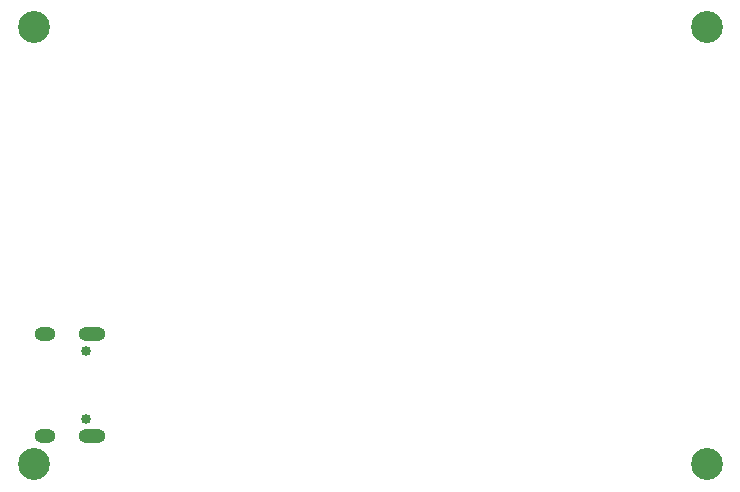
<source format=gbs>
G04*
G04 #@! TF.GenerationSoftware,Altium Limited,Altium Designer,20.0.2 (26)*
G04*
G04 Layer_Color=16711935*
%FSLAX25Y25*%
%MOIN*%
G70*
G01*
G75*
%ADD56C,0.10642*%
%ADD57C,0.03359*%
%ADD58O,0.07099X0.04737*%
%ADD59O,0.09068X0.04737*%
D56*
X112205Y72835D02*
D03*
Y-72835D02*
D03*
X-112205D02*
D03*
Y72835D02*
D03*
D57*
X-94642Y-35122D02*
D03*
X-94642Y-57878D02*
D03*
D58*
X-108421Y-63528D02*
D03*
Y-29472D02*
D03*
D59*
X-92673Y-63528D02*
D03*
X-92673Y-29472D02*
D03*
M02*

</source>
